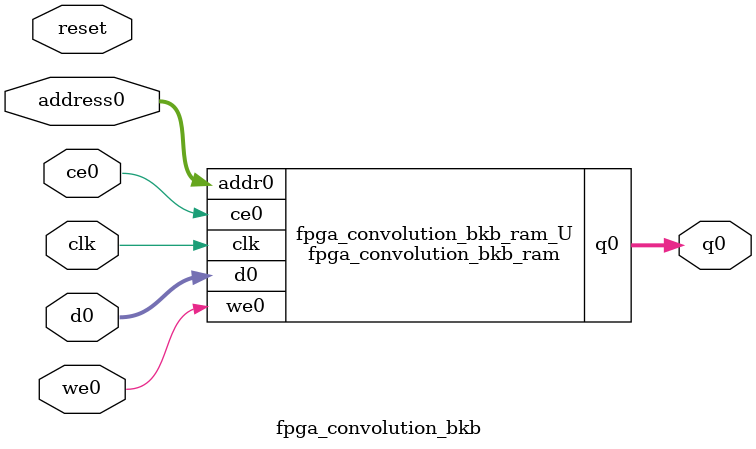
<source format=v>

`timescale 1 ns / 1 ps
module fpga_convolution_bkb_ram (addr0, ce0, d0, we0, q0,  clk);

parameter DWIDTH = 32;
parameter AWIDTH = 17;
parameter MEM_SIZE = 70756;

input[AWIDTH-1:0] addr0;
input ce0;
input[DWIDTH-1:0] d0;
input we0;
output reg[DWIDTH-1:0] q0;
input clk;

(* ram_style = "block" *)reg [DWIDTH-1:0] ram[0:MEM_SIZE-1];




always @(posedge clk)  
begin 
    if (ce0) 
    begin
        if (we0) 
        begin 
            ram[addr0] <= d0; 
            q0 <= d0;
        end 
        else 
            q0 <= ram[addr0];
    end
end


endmodule


`timescale 1 ns / 1 ps
module fpga_convolution_bkb(
    reset,
    clk,
    address0,
    ce0,
    we0,
    d0,
    q0);

parameter DataWidth = 32'd32;
parameter AddressRange = 32'd70756;
parameter AddressWidth = 32'd17;
input reset;
input clk;
input[AddressWidth - 1:0] address0;
input ce0;
input we0;
input[DataWidth - 1:0] d0;
output[DataWidth - 1:0] q0;



fpga_convolution_bkb_ram fpga_convolution_bkb_ram_U(
    .clk( clk ),
    .addr0( address0 ),
    .ce0( ce0 ),
    .d0( d0 ),
    .we0( we0 ),
    .q0( q0 ));

endmodule


</source>
